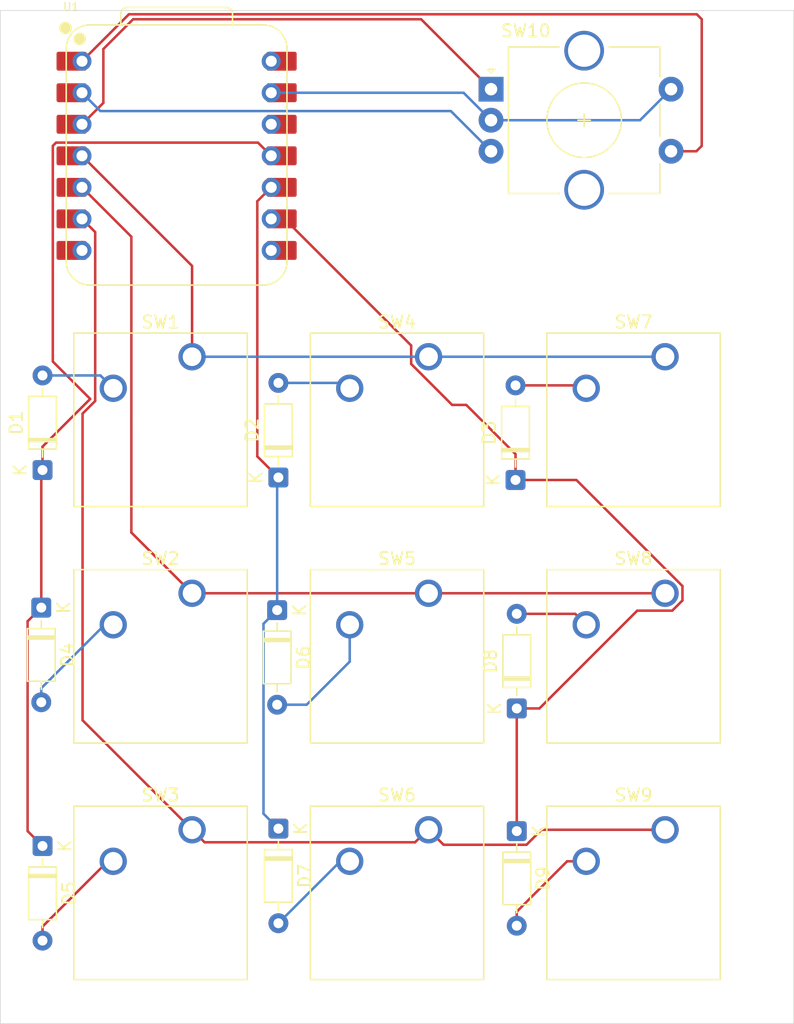
<source format=kicad_pcb>
(kicad_pcb (version 20241229) (generator "pcbnew") (generator_version "9.0")
  (layers (0 "F.Cu" signal) (2 "B.Cu" signal) (13 "F.Paste" user) (15 "B.Paste" user) (5 "F.SilkS" user "F.Silkscreen") (7 "B.SilkS" user "B.Silkscreen") (1 "F.Mask" user) (3 "B.Mask" user) (25 "Edge.Cuts" user))
  (net 0 "")
  (net 1 "GND")
  (net 2 "+5V")
  (net 3 "ROW1")
  (net 4 "Net-(D1-A)")
  (net 5 "ROW2")
  (net 6 "Net-(D2-A)")
  (net 7 "ROW3")
  (net 8 "Net-(D3-A)")
  (net 9 "Net-(D4-A)")
  (net 10 "Net-(D5-A)")
  (net 13 "Net-(D6-A)")
  (net 14 "Net-(D7-A)")
  (net 15 "Net-(D8-A)")
  (net 16 "Net-(D9-A)")
  (net 17 "COL1")
  (net 18 "COL2")
  (net 19 "COL3")
  (net 20 "Net-(U1-GPIO27{slash}ADC1{slash}A1)")
  (net 21 "Net-(U1-GPIO28{slash}ADC2{slash}A2)")
  (net 22 "Net-(U1-GPIO26{slash}ADC0{slash}A0)")
  (footprint "OPL:XIAO-RP2040-DIP" (layer "F.Cu") (at 165.6 59.7)
    (property "Reference" "U1" (at -8.5 -12 0) (layer "F.SilkS") (effects (font (size 0.635 0.635) (thickness 0.1016))))
    (property "Value" "XIAO-RP2040-DIP")
    (fp_line (start -8.89 8.509) (end -8.89 -8.636) (stroke (width 0.127)) (layer "F.SilkS"))
    (fp_line (start -6.985 10.414) (end 6.985 10.414) (stroke (width 0.127)) (layer "F.SilkS"))
    (fp_line (start -4.495 -10.541) (end -4.491272 -11.451272) (stroke (width 0.127)) (layer "F.SilkS"))
    (fp_line (start -3.991272 -11.951) (end 4.004 -11.951) (stroke (width 0.127)) (layer "F.SilkS"))
    (fp_line (start 4.504 -11.451) (end 4.504 -10.541) (stroke (width 0.127)) (layer "F.SilkS"))
    (fp_line (start 6.985 -10.541) (end -6.985 -10.541) (stroke (width 0.1)) (layer "F.SilkS"))
    (fp_line (start 6.985 -10.541) (end -6.985 -10.541) (stroke (width 0.127)) (layer "F.SilkS"))
    (fp_line (start 8.89 8.509) (end 8.89 -8.636) (stroke (width 0.127)) (layer "F.SilkS"))
    (fp_arc (start -8.89 -8.636) (mid -8.332038 -9.983038) (end -6.985 -10.541) (stroke (width 0.127)) (layer "F.SilkS"))
    (fp_arc (start -6.985 10.414) (mid -8.332038 9.856038) (end -8.89 8.509) (stroke (width 0.127)) (layer "F.SilkS"))
    (fp_arc (start -4.491272 -11.451272) (mid -4.344728 -11.80464) (end -3.991272 -11.951) (stroke (width 0.127)) (layer "F.SilkS"))
    (fp_arc (start 4.004 -11.951) (mid 4.357553 -11.804553) (end 4.504 -11.451) (stroke (width 0.127)) (layer "F.SilkS"))
    (fp_arc (start 6.985 -10.541) (mid 8.332038 -9.983038) (end 8.89 -8.636) (stroke (width 0.127)) (layer "F.SilkS"))
    (fp_arc (start 8.89 8.509) (mid 8.332038 9.856038) (end 6.985 10.414) (stroke (width 0.127)) (layer "F.SilkS"))
    (fp_circle (center -8.95 -10.3) (end -8.95 -10.554) (stroke (width 0.5)) (fill yes) (layer "F.SilkS"))
    (fp_circle (center -7.807 -9.42) (end -7.807 -9.674) (stroke (width 0.5)) (fill yes) (layer "F.SilkS"))
    (pad "1" smd roundrect (at -8.455 -7.62 180) (size 2.432 1.524) (layers "F.Cu" "F.Mask") (roundrect_rratio 0.1) (net 22 "Net-(U1-GPIO26{slash}ADC0{slash}A0)"))
    (pad "1" thru_hole circle (at -7.62 -7.62 180) (size 1.524 1.524) (drill 0.889) (layers "*.Cu" "*.Mask") (net 22 "Net-(U1-GPIO26{slash}ADC0{slash}A0)"))
    (pad "2" smd roundrect (at -8.455 -5.08 180) (size 2.432 1.524) (layers "F.Cu" "F.Mask") (roundrect_rratio 0.1) (net 20 "Net-(U1-GPIO27{slash}ADC1{slash}A1)"))
    (pad "2" thru_hole circle (at -7.62 -5.08 180) (size 1.524 1.524) (drill 0.889) (layers "*.Cu" "*.Mask") (net 20 "Net-(U1-GPIO27{slash}ADC1{slash}A1)"))
    (pad "3" smd roundrect (at -8.455 -2.54 180) (size 2.432 1.524) (layers "F.Cu" "F.Mask") (roundrect_rratio 0.1) (net 21 "Net-(U1-GPIO28{slash}ADC2{slash}A2)"))
    (pad "3" thru_hole circle (at -7.62 -2.54 180) (size 1.524 1.524) (drill 0.889) (layers "*.Cu" "*.Mask") (net 21 "Net-(U1-GPIO28{slash}ADC2{slash}A2)"))
    (pad "4" smd roundrect (at -8.455 0 180) (size 2.432 1.524) (layers "F.Cu" "F.Mask") (roundrect_rratio 0.1) (net 17 "COL1"))
    (pad "4" thru_hole circle (at -7.62 0 180) (size 1.524 1.524) (drill 0.889) (layers "*.Cu" "*.Mask") (net 17 "COL1"))
    (pad "5" smd roundrect (at -8.455 2.54 180) (size 2.432 1.524) (layers "F.Cu" "F.Mask") (roundrect_rratio 0.1) (net 18 "COL2"))
    (pad "5" thru_hole circle (at -7.62 2.54 180) (size 1.524 1.524) (drill 0.889) (layers "*.Cu" "*.Mask") (net 18 "COL2"))
    (pad "6" smd roundrect (at -8.455 5.08 180) (size 2.432 1.524) (layers "F.Cu" "F.Mask") (roundrect_rratio 0.1) (net 19 "COL3"))
    (pad "6" thru_hole circle (at -7.62 5.08 180) (size 1.524 1.524) (drill 0.889) (layers "*.Cu" "*.Mask") (net 19 "COL3"))
    (pad "7" smd roundrect (at -8.455 7.62 180) (size 2.432 1.524) (layers "F.Cu" "F.Mask") (roundrect_rratio 0.1))
    (pad "7" thru_hole circle (at -7.62 7.62 180) (size 1.524 1.524) (drill 0.889) (layers "*.Cu" "*.Mask"))
    (pad "8" thru_hole circle (at 7.62 7.62) (size 1.524 1.524) (drill 0.889) (layers "*.Cu" "*.Mask"))
    (pad "8" smd roundrect (at 8.455 7.62) (size 2.432 1.524) (layers "F.Cu" "F.Mask") (roundrect_rratio 0.1))
    (pad "9" thru_hole circle (at 7.62 5.08) (size 1.524 1.524) (drill 0.889) (layers "*.Cu" "*.Mask") (net 7 "ROW3"))
    (pad "9" smd roundrect (at 8.455 5.08) (size 2.432 1.524) (layers "F.Cu" "F.Mask") (roundrect_rratio 0.1) (net 7 "ROW3"))
    (pad "10" thru_hole circle (at 7.62 2.54) (size 1.524 1.524) (drill 0.889) (layers "*.Cu" "*.Mask") (net 5 "ROW2"))
    (pad "10" smd roundrect (at 8.455 2.54) (size 2.432 1.524) (layers "F.Cu" "F.Mask") (roundrect_rratio 0.1) (net 5 "ROW2"))
    (pad "11" thru_hole circle (at 7.62 0) (size 1.524 1.524) (drill 0.889) (layers "*.Cu" "*.Mask") (net 3 "ROW1"))
    (pad "11" smd roundrect (at 8.455 0) (size 2.432 1.524) (layers "F.Cu" "F.Mask") (roundrect_rratio 0.1) (net 3 "ROW1"))
    (pad "12" thru_hole circle (at 7.62 -2.54) (size 1.524 1.524) (drill 0.889) (layers "*.Cu" "*.Mask"))
    (pad "12" smd roundrect (at 8.455 -2.54) (size 2.432 1.524) (layers "F.Cu" "F.Mask") (roundrect_rratio 0.1))
    (pad "13" thru_hole circle (at 7.62 -5.08) (size 1.524 1.524) (drill 0.889) (layers "*.Cu" "*.Mask") (net 1 "GND"))
    (pad "13" smd roundrect (at 8.455 -5.08) (size 2.432 1.524) (layers "F.Cu" "F.Mask") (roundrect_rratio 0.1) (net 1 "GND"))
    (pad "14" thru_hole circle (at 7.62 -7.62) (size 1.524 1.524) (drill 0.889) (layers "*.Cu" "*.Mask") (net 2 "+5V"))
    (pad "14" smd roundrect (at 8.455 -7.62) (size 2.432 1.524) (layers "F.Cu" "F.Mask") (roundrect_rratio 0.1) (net 2 "+5V"))
  )
  (footprint "Button_Switch_Keyboard:SW_Cherry_MX_1.00u_PCB" (layer "F.Cu") (at 166.84625 113.9825)
    (property "Reference" "SW3" (at -2.54 -2.794 0) (layer "F.SilkS"))
    (property "Value" "SW_Push")
    (fp_line (start -9.525 -1.905) (end 4.445 -1.905) (stroke (width 0.12)) (layer "F.SilkS"))
    (fp_line (start -9.525 12.065) (end -9.525 -1.905) (stroke (width 0.12)) (layer "F.SilkS"))
    (fp_line (start 4.445 -1.905) (end 4.445 12.065) (stroke (width 0.12)) (layer "F.SilkS"))
    (fp_line (start 4.445 12.065) (end -9.525 12.065) (stroke (width 0.12)) (layer "F.SilkS"))
    (pad "" np_thru_hole circle (at -7.62 5.08) (size 1.7 1.7) (drill 1.7) (layers "*.Cu" "*.Mask"))
    (pad "" np_thru_hole circle (at -2.54 5.08) (size 4 4) (drill 4) (layers "*.Cu" "*.Mask"))
    (pad "" np_thru_hole circle (at 2.54 5.08) (size 1.7 1.7) (drill 1.7) (layers "*.Cu" "*.Mask"))
    (pad "1" thru_hole circle (at 0 0) (size 2.2 2.2) (drill 1.5) (layers "*.Cu" "*.Mask") (net 19 "COL3"))
    (pad "2" thru_hole circle (at -6.35 2.54) (size 2.2 2.2) (drill 1.5) (layers "*.Cu" "*.Mask") (net 10 "Net-(D5-A)"))
  )
  (footprint "Diode_THT:D_DO-35_SOD27_P7.62mm_Horizontal" (layer "F.Cu") (at 154.8 115.29 -90)
    (property "Reference" "D5" (at 3.81 -2.12 90) (layer "F.SilkS"))
    (property "Value" "1N4148")
    (fp_line (start 1.04 0) (end 1.69 0) (stroke (width 0.12)) (layer "F.SilkS"))
    (fp_line (start 6.58 0) (end 5.93 0) (stroke (width 0.12)) (layer "F.SilkS"))
    (fp_line (start 2.29 -1.12) (end 2.29 1.12) (stroke (width 0.12)) (layer "F.SilkS"))
    (fp_line (start 2.41 -1.12) (end 2.41 1.12) (stroke (width 0.12)) (layer "F.SilkS"))
    (fp_line (start 2.53 -1.12) (end 2.53 1.12) (stroke (width 0.12)) (layer "F.SilkS"))
    (fp_rect (start 1.69 -1.12) (end 5.93 1.12) (stroke (width 0.12)) (fill no) (layer "F.SilkS"))
    (fp_text user "K" (at 0 -1.8 90) (layer "F.SilkS"))
    (pad "1" thru_hole roundrect (at 0 0 270) (size 1.6 1.6) (drill 0.8) (layers "*.Cu" "*.Mask") (roundrect_rratio 0.15625) (net 3 "ROW1"))
    (pad "2" thru_hole circle (at 7.62 0 270) (size 1.6 1.6) (drill 0.8) (layers "*.Cu" "*.Mask") (net 10 "Net-(D5-A)"))
  )
  (footprint "Diode_THT:D_DO-35_SOD27_P7.62mm_Horizontal" (layer "F.Cu") (at 173.7 96.29 -90)
    (property "Reference" "D6" (at 3.81 -2.12 90) (layer "F.SilkS"))
    (property "Value" "1N4148")
    (fp_line (start 1.04 0) (end 1.69 0) (stroke (width 0.12)) (layer "F.SilkS"))
    (fp_line (start 6.58 0) (end 5.93 0) (stroke (width 0.12)) (layer "F.SilkS"))
    (fp_line (start 2.29 -1.12) (end 2.29 1.12) (stroke (width 0.12)) (layer "F.SilkS"))
    (fp_line (start 2.41 -1.12) (end 2.41 1.12) (stroke (width 0.12)) (layer "F.SilkS"))
    (fp_line (start 2.53 -1.12) (end 2.53 1.12) (stroke (width 0.12)) (layer "F.SilkS"))
    (fp_rect (start 1.69 -1.12) (end 5.93 1.12) (stroke (width 0.12)) (fill no) (layer "F.SilkS"))
    (fp_text user "K" (at 0 -1.8 90) (layer "F.SilkS"))
    (pad "1" thru_hole roundrect (at 0 0 270) (size 1.6 1.6) (drill 0.8) (layers "*.Cu" "*.Mask") (roundrect_rratio 0.15625) (net 5 "ROW2"))
    (pad "2" thru_hole circle (at 7.62 0 270) (size 1.6 1.6) (drill 0.8) (layers "*.Cu" "*.Mask") (net 13 "Net-(D6-A)"))
  )
  (footprint "Diode_THT:D_DO-35_SOD27_P7.62mm_Horizontal" (layer "F.Cu") (at 193 114.09 -90)
    (property "Reference" "D9" (at 3.81 -2.12 90) (layer "F.SilkS"))
    (property "Value" "1N4148")
    (fp_line (start 1.04 0) (end 1.69 0) (stroke (width 0.12)) (layer "F.SilkS"))
    (fp_line (start 6.58 0) (end 5.93 0) (stroke (width 0.12)) (layer "F.SilkS"))
    (fp_line (start 2.29 -1.12) (end 2.29 1.12) (stroke (width 0.12)) (layer "F.SilkS"))
    (fp_line (start 2.41 -1.12) (end 2.41 1.12) (stroke (width 0.12)) (layer "F.SilkS"))
    (fp_line (start 2.53 -1.12) (end 2.53 1.12) (stroke (width 0.12)) (layer "F.SilkS"))
    (fp_rect (start 1.69 -1.12) (end 5.93 1.12) (stroke (width 0.12)) (fill no) (layer "F.SilkS"))
    (fp_text user "K" (at 0 -1.8 90) (layer "F.SilkS"))
    (pad "1" thru_hole roundrect (at 0 0 270) (size 1.6 1.6) (drill 0.8) (layers "*.Cu" "*.Mask") (roundrect_rratio 0.15625) (net 7 "ROW3"))
    (pad "2" thru_hole circle (at 7.62 0 270) (size 1.6 1.6) (drill 0.8) (layers "*.Cu" "*.Mask") (net 16 "Net-(D9-A)"))
  )
  (footprint "Button_Switch_Keyboard:SW_Cherry_MX_1.00u_PCB" (layer "F.Cu") (at 204.94625 113.9825)
    (property "Reference" "SW9" (at -2.54 -2.794 0) (layer "F.SilkS"))
    (property "Value" "SW_Push")
    (fp_line (start -9.525 -1.905) (end 4.445 -1.905) (stroke (width 0.12)) (layer "F.SilkS"))
    (fp_line (start -9.525 12.065) (end -9.525 -1.905) (stroke (width 0.12)) (layer "F.SilkS"))
    (fp_line (start 4.445 -1.905) (end 4.445 12.065) (stroke (width 0.12)) (layer "F.SilkS"))
    (fp_line (start 4.445 12.065) (end -9.525 12.065) (stroke (width 0.12)) (layer "F.SilkS"))
    (pad "" np_thru_hole circle (at -7.62 5.08) (size 1.7 1.7) (drill 1.7) (layers "*.Cu" "*.Mask"))
    (pad "" np_thru_hole circle (at -2.54 5.08) (size 4 4) (drill 4) (layers "*.Cu" "*.Mask"))
    (pad "" np_thru_hole circle (at 2.54 5.08) (size 1.7 1.7) (drill 1.7) (layers "*.Cu" "*.Mask"))
    (pad "1" thru_hole circle (at 0 0) (size 2.2 2.2) (drill 1.5) (layers "*.Cu" "*.Mask") (net 19 "COL3"))
    (pad "2" thru_hole circle (at -6.35 2.54) (size 2.2 2.2) (drill 1.5) (layers "*.Cu" "*.Mask") (net 16 "Net-(D9-A)"))
  )
  (footprint "Button_Switch_Keyboard:SW_Cherry_MX_1.00u_PCB" (layer "F.Cu") (at 185.89625 113.9825)
    (property "Reference" "SW6" (at -2.54 -2.794 0) (layer "F.SilkS"))
    (property "Value" "SW_Push")
    (fp_line (start -9.525 -1.905) (end 4.445 -1.905) (stroke (width 0.12)) (layer "F.SilkS"))
    (fp_line (start -9.525 12.065) (end -9.525 -1.905) (stroke (width 0.12)) (layer "F.SilkS"))
    (fp_line (start 4.445 -1.905) (end 4.445 12.065) (stroke (width 0.12)) (layer "F.SilkS"))
    (fp_line (start 4.445 12.065) (end -9.525 12.065) (stroke (width 0.12)) (layer "F.SilkS"))
    (pad "" np_thru_hole circle (at -7.62 5.08) (size 1.7 1.7) (drill 1.7) (layers "*.Cu" "*.Mask"))
    (pad "" np_thru_hole circle (at -2.54 5.08) (size 4 4) (drill 4) (layers "*.Cu" "*.Mask"))
    (pad "" np_thru_hole circle (at 2.54 5.08) (size 1.7 1.7) (drill 1.7) (layers "*.Cu" "*.Mask"))
    (pad "1" thru_hole circle (at 0 0) (size 2.2 2.2) (drill 1.5) (layers "*.Cu" "*.Mask") (net 19 "COL3"))
    (pad "2" thru_hole circle (at -6.35 2.54) (size 2.2 2.2) (drill 1.5) (layers "*.Cu" "*.Mask") (net 14 "Net-(D7-A)"))
  )
  (footprint "Button_Switch_Keyboard:SW_Cherry_MX_1.00u_PCB" (layer "F.Cu") (at 204.94625 75.8825)
    (property "Reference" "SW7" (at -2.54 -2.794 0) (layer "F.SilkS"))
    (property "Value" "SW_Push")
    (fp_line (start -9.525 -1.905) (end 4.445 -1.905) (stroke (width 0.12)) (layer "F.SilkS"))
    (fp_line (start -9.525 12.065) (end -9.525 -1.905) (stroke (width 0.12)) (layer "F.SilkS"))
    (fp_line (start 4.445 -1.905) (end 4.445 12.065) (stroke (width 0.12)) (layer "F.SilkS"))
    (fp_line (start 4.445 12.065) (end -9.525 12.065) (stroke (width 0.12)) (layer "F.SilkS"))
    (pad "" np_thru_hole circle (at -7.62 5.08) (size 1.7 1.7) (drill 1.7) (layers "*.Cu" "*.Mask"))
    (pad "" np_thru_hole circle (at -2.54 5.08) (size 4 4) (drill 4) (layers "*.Cu" "*.Mask"))
    (pad "" np_thru_hole circle (at 2.54 5.08) (size 1.7 1.7) (drill 1.7) (layers "*.Cu" "*.Mask"))
    (pad "1" thru_hole circle (at 0 0) (size 2.2 2.2) (drill 1.5) (layers "*.Cu" "*.Mask") (net 17 "COL1"))
    (pad "2" thru_hole circle (at -6.35 2.54) (size 2.2 2.2) (drill 1.5) (layers "*.Cu" "*.Mask") (net 8 "Net-(D3-A)"))
  )
  (footprint "Diode_THT:D_DO-35_SOD27_P7.62mm_Horizontal" (layer "F.Cu") (at 173.8 85.61 90)
    (property "Reference" "D2" (at 3.81 -2.12 90) (layer "F.SilkS"))
    (property "Value" "1N4148")
    (fp_line (start 2.53 -1.12) (end 2.53 1.12) (stroke (width 0.12)) (layer "F.SilkS"))
    (fp_line (start 2.41 -1.12) (end 2.41 1.12) (stroke (width 0.12)) (layer "F.SilkS"))
    (fp_line (start 2.29 -1.12) (end 2.29 1.12) (stroke (width 0.12)) (layer "F.SilkS"))
    (fp_line (start 6.58 0) (end 5.93 0) (stroke (width 0.12)) (layer "F.SilkS"))
    (fp_line (start 1.04 0) (end 1.69 0) (stroke (width 0.12)) (layer "F.SilkS"))
    (fp_rect (start 1.69 -1.12) (end 5.93 1.12) (stroke (width 0.12)) (fill no) (layer "F.SilkS"))
    (fp_text user "K" (at 0 -1.8 90) (layer "F.SilkS"))
    (pad "1" thru_hole roundrect (at 0 0 90) (size 1.6 1.6) (drill 0.8) (layers "*.Cu" "*.Mask") (roundrect_rratio 0.15625) (net 5 "ROW2"))
    (pad "2" thru_hole circle (at 7.62 0 90) (size 1.6 1.6) (drill 0.8) (layers "*.Cu" "*.Mask") (net 6 "Net-(D2-A)"))
  )
  (footprint "Button_Switch_Keyboard:SW_Cherry_MX_1.00u_PCB" (layer "F.Cu") (at 166.84625 94.9325)
    (property "Reference" "SW2" (at -2.54 -2.794 0) (layer "F.SilkS"))
    (property "Value" "SW_Push")
    (fp_line (start -9.525 -1.905) (end 4.445 -1.905) (stroke (width 0.12)) (layer "F.SilkS"))
    (fp_line (start -9.525 12.065) (end -9.525 -1.905) (stroke (width 0.12)) (layer "F.SilkS"))
    (fp_line (start 4.445 -1.905) (end 4.445 12.065) (stroke (width 0.12)) (layer "F.SilkS"))
    (fp_line (start 4.445 12.065) (end -9.525 12.065) (stroke (width 0.12)) (layer "F.SilkS"))
    (pad "" np_thru_hole circle (at -7.62 5.08) (size 1.7 1.7) (drill 1.7) (layers "*.Cu" "*.Mask"))
    (pad "" np_thru_hole circle (at -2.54 5.08) (size 4 4) (drill 4) (layers "*.Cu" "*.Mask"))
    (pad "" np_thru_hole circle (at 2.54 5.08) (size 1.7 1.7) (drill 1.7) (layers "*.Cu" "*.Mask"))
    (pad "1" thru_hole circle (at 0 0) (size 2.2 2.2) (drill 1.5) (layers "*.Cu" "*.Mask") (net 18 "COL2"))
    (pad "2" thru_hole circle (at -6.35 2.54) (size 2.2 2.2) (drill 1.5) (layers "*.Cu" "*.Mask") (net 9 "Net-(D4-A)"))
  )
  (footprint "Diode_THT:D_DO-35_SOD27_P7.62mm_Horizontal" (layer "F.Cu") (at 193 104.21 90)
    (property "Reference" "D8" (at 3.81 -2.12 90) (layer "F.SilkS"))
    (property "Value" "1N4148")
    (fp_line (start 2.53 -1.12) (end 2.53 1.12) (stroke (width 0.12)) (layer "F.SilkS"))
    (fp_line (start 2.41 -1.12) (end 2.41 1.12) (stroke (width 0.12)) (layer "F.SilkS"))
    (fp_line (start 2.29 -1.12) (end 2.29 1.12) (stroke (width 0.12)) (layer "F.SilkS"))
    (fp_line (start 6.58 0) (end 5.93 0) (stroke (width 0.12)) (layer "F.SilkS"))
    (fp_line (start 1.04 0) (end 1.69 0) (stroke (width 0.12)) (layer "F.SilkS"))
    (fp_rect (start 1.69 -1.12) (end 5.93 1.12) (stroke (width 0.12)) (fill no) (layer "F.SilkS"))
    (fp_text user "K" (at 0 -1.8 90) (layer "F.SilkS"))
    (pad "1" thru_hole roundrect (at 0 0 90) (size 1.6 1.6) (drill 0.8) (layers "*.Cu" "*.Mask") (roundrect_rratio 0.15625) (net 7 "ROW3"))
    (pad "2" thru_hole circle (at 7.62 0 90) (size 1.6 1.6) (drill 0.8) (layers "*.Cu" "*.Mask") (net 15 "Net-(D8-A)"))
  )
  (footprint "Diode_THT:D_DO-35_SOD27_P7.62mm_Horizontal" (layer "F.Cu") (at 173.8 113.89 -90)
    (property "Reference" "D7" (at 3.81 -2.12 90) (layer "F.SilkS"))
    (property "Value" "1N4148")
    (fp_line (start 1.04 0) (end 1.69 0) (stroke (width 0.12)) (layer "F.SilkS"))
    (fp_line (start 6.58 0) (end 5.93 0) (stroke (width 0.12)) (layer "F.SilkS"))
    (fp_line (start 2.29 -1.12) (end 2.29 1.12) (stroke (width 0.12)) (layer "F.SilkS"))
    (fp_line (start 2.41 -1.12) (end 2.41 1.12) (stroke (width 0.12)) (layer "F.SilkS"))
    (fp_line (start 2.53 -1.12) (end 2.53 1.12) (stroke (width 0.12)) (layer "F.SilkS"))
    (fp_rect (start 1.69 -1.12) (end 5.93 1.12) (stroke (width 0.12)) (fill no) (layer "F.SilkS"))
    (fp_text user "K" (at 0 -1.8 90) (layer "F.SilkS"))
    (pad "1" thru_hole roundrect (at 0 0 270) (size 1.6 1.6) (drill 0.8) (layers "*.Cu" "*.Mask") (roundrect_rratio 0.15625) (net 5 "ROW2"))
    (pad "2" thru_hole circle (at 7.62 0 270) (size 1.6 1.6) (drill 0.8) (layers "*.Cu" "*.Mask") (net 14 "Net-(D7-A)"))
  )
  (footprint "Diode_THT:D_DO-35_SOD27_P7.62mm_Horizontal" (layer "F.Cu") (at 154.8 85.01 90)
    (property "Reference" "D1" (at 3.81 -2.12 90) (layer "F.SilkS"))
    (property "Value" "1N4148")
    (fp_line (start 2.53 -1.12) (end 2.53 1.12) (stroke (width 0.12)) (layer "F.SilkS"))
    (fp_line (start 2.41 -1.12) (end 2.41 1.12) (stroke (width 0.12)) (layer "F.SilkS"))
    (fp_line (start 2.29 -1.12) (end 2.29 1.12) (stroke (width 0.12)) (layer "F.SilkS"))
    (fp_line (start 6.58 0) (end 5.93 0) (stroke (width 0.12)) (layer "F.SilkS"))
    (fp_line (start 1.04 0) (end 1.69 0) (stroke (width 0.12)) (layer "F.SilkS"))
    (fp_rect (start 1.69 -1.12) (end 5.93 1.12) (stroke (width 0.12)) (fill no) (layer "F.SilkS"))
    (fp_text user "K" (at 0 -1.8 90) (layer "F.SilkS"))
    (pad "1" thru_hole roundrect (at 0 0 90) (size 1.6 1.6) (drill 0.8) (layers "*.Cu" "*.Mask") (roundrect_rratio 0.15625) (net 3 "ROW1"))
    (pad "2" thru_hole circle (at 7.62 0 90) (size 1.6 1.6) (drill 0.8) (layers "*.Cu" "*.Mask") (net 4 "Net-(D1-A)"))
  )
  (footprint "Diode_THT:D_DO-35_SOD27_P7.62mm_Horizontal" (layer "F.Cu") (at 192.9 85.81 90)
    (property "Reference" "D3" (at 3.81 -2.12 90) (layer "F.SilkS"))
    (property "Value" "1N4148")
    (fp_line (start 2.53 -1.12) (end 2.53 1.12) (stroke (width 0.12)) (layer "F.SilkS"))
    (fp_line (start 2.41 -1.12) (end 2.41 1.12) (stroke (width 0.12)) (layer "F.SilkS"))
    (fp_line (start 2.29 -1.12) (end 2.29 1.12) (stroke (width 0.12)) (layer "F.SilkS"))
    (fp_line (start 6.58 0) (end 5.93 0) (stroke (width 0.12)) (layer "F.SilkS"))
    (fp_line (start 1.04 0) (end 1.69 0) (stroke (width 0.12)) (layer "F.SilkS"))
    (fp_rect (start 1.69 -1.12) (end 5.93 1.12) (stroke (width 0.12)) (fill no) (layer "F.SilkS"))
    (fp_text user "K" (at 0 -1.8 90) (layer "F.SilkS"))
    (pad "1" thru_hole roundrect (at 0 0 90) (size 1.6 1.6) (drill 0.8) (layers "*.Cu" "*.Mask") (roundrect_rratio 0.15625) (net 7 "ROW3"))
    (pad "2" thru_hole circle (at 7.62 0 90) (size 1.6 1.6) (drill 0.8) (layers "*.Cu" "*.Mask") (net 8 "Net-(D3-A)"))
  )
  (footprint "Rotary_Encoder:RotaryEncoder_Alps_EC11E-Switch_Vertical_H20mm_CircularMountingHoles" (layer "F.Cu") (at 190.928994 54.333539)
    (property "Reference" "SW10" (at 2.8 -4.7 0) (layer "F.SilkS"))
    (property "Value" "RotaryEncoder_Switch")
    (fp_line (start -0.3 -1.6) (end 0.3 -1.6) (stroke (width 0.12)) (layer "F.SilkS"))
    (fp_line (start 0 -1.3) (end -0.3 -1.6) (stroke (width 0.12)) (layer "F.SilkS"))
    (fp_line (start 0.3 -1.6) (end 0 -1.3) (stroke (width 0.12)) (layer "F.SilkS"))
    (fp_line (start 1.4 -3.4) (end 1.4 8.4) (stroke (width 0.12)) (layer "F.SilkS"))
    (fp_line (start 5.5 -3.4) (end 1.4 -3.4) (stroke (width 0.12)) (layer "F.SilkS"))
    (fp_line (start 5.5 8.4) (end 1.4 8.4) (stroke (width 0.12)) (layer "F.SilkS"))
    (fp_line (start 7 2.5) (end 8 2.5) (stroke (width 0.12)) (layer "F.SilkS"))
    (fp_line (start 7.5 2) (end 7.5 3) (stroke (width 0.12)) (layer "F.SilkS"))
    (fp_line (start 9.5 -3.4) (end 13.6 -3.4) (stroke (width 0.12)) (layer "F.SilkS"))
    (fp_line (start 13.6 -3.4) (end 13.6 -1) (stroke (width 0.12)) (layer "F.SilkS"))
    (fp_line (start 13.6 1.2) (end 13.6 3.8) (stroke (width 0.12)) (layer "F.SilkS"))
    (fp_line (start 13.6 6) (end 13.6 8.4) (stroke (width 0.12)) (layer "F.SilkS"))
    (fp_line (start 13.6 8.4) (end 9.5 8.4) (stroke (width 0.12)) (layer "F.SilkS"))
    (fp_circle (center 7.5 2.5) (end 10.5 2.5) (stroke (width 0.12)) (fill no) (layer "F.SilkS"))
    (pad "A" thru_hole rect (at 0 0) (size 2 2) (drill 1) (layers "*.Cu" "*.Mask") (net 21 "Net-(U1-GPIO28{slash}ADC2{slash}A2)"))
    (pad "B" thru_hole circle (at 0 5) (size 2 2) (drill 1) (layers "*.Cu" "*.Mask") (net 20 "Net-(U1-GPIO27{slash}ADC1{slash}A1)"))
    (pad "C" thru_hole circle (at 0 2.5) (size 2 2) (drill 1) (layers "*.Cu" "*.Mask") (net 1 "GND"))
    (pad "MP" thru_hole circle (at 7.5 -3.1) (size 3.2 3.2) (drill 2.6) (layers "*.Cu" "*.Mask"))
    (pad "MP" thru_hole circle (at 7.5 8.1) (size 3.2 3.2) (drill 2.6) (layers "*.Cu" "*.Mask"))
    (pad "S1" thru_hole circle (at 14.5 5) (size 2 2) (drill 1) (layers "*.Cu" "*.Mask") (net 22 "Net-(U1-GPIO26{slash}ADC0{slash}A0)"))
    (pad "S2" thru_hole circle (at 14.5 0) (size 2 2) (drill 1) (layers "*.Cu" "*.Mask") (net 1 "GND"))
  )
  (footprint "Button_Switch_Keyboard:SW_Cherry_MX_1.00u_PCB" (layer "F.Cu") (at 185.89625 94.9325)
    (property "Reference" "SW5" (at -2.54 -2.794 0) (layer "F.SilkS"))
    (property "Value" "SW_Push")
    (fp_line (start -9.525 -1.905) (end 4.445 -1.905) (stroke (width 0.12)) (layer "F.SilkS"))
    (fp_line (start -9.525 12.065) (end -9.525 -1.905) (stroke (width 0.12)) (layer "F.SilkS"))
    (fp_line (start 4.445 -1.905) (end 4.445 12.065) (stroke (width 0.12)) (layer "F.SilkS"))
    (fp_line (start 4.445 12.065) (end -9.525 12.065) (stroke (width 0.12)) (layer "F.SilkS"))
    (pad "" np_thru_hole circle (at -7.62 5.08) (size 1.7 1.7) (drill 1.7) (layers "*.Cu" "*.Mask"))
    (pad "" np_thru_hole circle (at -2.54 5.08) (size 4 4) (drill 4) (layers "*.Cu" "*.Mask"))
    (pad "" np_thru_hole circle (at 2.54 5.08) (size 1.7 1.7) (drill 1.7) (layers "*.Cu" "*.Mask"))
    (pad "1" thru_hole circle (at 0 0) (size 2.2 2.2) (drill 1.5) (layers "*.Cu" "*.Mask") (net 18 "COL2"))
    (pad "2" thru_hole circle (at -6.35 2.54) (size 2.2 2.2) (drill 1.5) (layers "*.Cu" "*.Mask") (net 13 "Net-(D6-A)"))
  )
  (footprint "Button_Switch_Keyboard:SW_Cherry_MX_1.00u_PCB" (layer "F.Cu") (at 204.94625 94.9325)
    (property "Reference" "SW8" (at -2.54 -2.794 0) (layer "F.SilkS"))
    (property "Value" "SW_Push")
    (fp_line (start -9.525 -1.905) (end 4.445 -1.905) (stroke (width 0.12)) (layer "F.SilkS"))
    (fp_line (start -9.525 12.065) (end -9.525 -1.905) (stroke (width 0.12)) (layer "F.SilkS"))
    (fp_line (start 4.445 -1.905) (end 4.445 12.065) (stroke (width 0.12)) (layer "F.SilkS"))
    (fp_line (start 4.445 12.065) (end -9.525 12.065) (stroke (width 0.12)) (layer "F.SilkS"))
    (pad "" np_thru_hole circle (at -7.62 5.08) (size 1.7 1.7) (drill 1.7) (layers "*.Cu" "*.Mask"))
    (pad "" np_thru_hole circle (at -2.54 5.08) (size 4 4) (drill 4) (layers "*.Cu" "*.Mask"))
    (pad "" np_thru_hole circle (at 2.54 5.08) (size 1.7 1.7) (drill 1.7) (layers "*.Cu" "*.Mask"))
    (pad "1" thru_hole circle (at 0 0) (size 2.2 2.2) (drill 1.5) (layers "*.Cu" "*.Mask") (net 18 "COL2"))
    (pad "2" thru_hole circle (at -6.35 2.54) (size 2.2 2.2) (drill 1.5) (layers "*.Cu" "*.Mask") (net 15 "Net-(D8-A)"))
  )
  (footprint "Button_Switch_Keyboard:SW_Cherry_MX_1.00u_PCB" (layer "F.Cu") (at 166.84625 75.8825)
    (property "Reference" "SW1" (at -2.54 -2.794 0) (layer "F.SilkS"))
    (property "Value" "SW_Push")
    (fp_line (start -9.525 -1.905) (end 4.445 -1.905) (stroke (width 0.12)) (layer "F.SilkS"))
    (fp_line (start -9.525 12.065) (end -9.525 -1.905) (stroke (width 0.12)) (layer "F.SilkS"))
    (fp_line (start 4.445 -1.905) (end 4.445 12.065) (stroke (width 0.12)) (layer "F.SilkS"))
    (fp_line (start 4.445 12.065) (end -9.525 12.065) (stroke (width 0.12)) (layer "F.SilkS"))
    (pad "" np_thru_hole circle (at -7.62 5.08) (size 1.7 1.7) (drill 1.7) (layers "*.Cu" "*.Mask"))
    (pad "" np_thru_hole circle (at -2.54 5.08) (size 4 4) (drill 4) (layers "*.Cu" "*.Mask"))
    (pad "" np_thru_hole circle (at 2.54 5.08) (size 1.7 1.7) (drill 1.7) (layers "*.Cu" "*.Mask"))
    (pad "1" thru_hole circle (at 0 0) (size 2.2 2.2) (drill 1.5) (layers "*.Cu" "*.Mask") (net 17 "COL1"))
    (pad "2" thru_hole circle (at -6.35 2.54) (size 2.2 2.2) (drill 1.5) (layers "*.Cu" "*.Mask") (net 4 "Net-(D1-A)"))
  )
  (footprint "Diode_THT:D_DO-35_SOD27_P7.62mm_Horizontal" (layer "F.Cu") (at 154.7 96.09 -90)
    (property "Reference" "D4" (at 3.81 -2.12 90) (layer "F.SilkS"))
    (property "Value" "1N4148")
    (fp_line (start 1.04 0) (end 1.69 0) (stroke (width 0.12)) (layer "F.SilkS"))
    (fp_line (start 6.58 0) (end 5.93 0) (stroke (width 0.12)) (layer "F.SilkS"))
    (fp_line (start 2.29 -1.12) (end 2.29 1.12) (stroke (width 0.12)) (layer "F.SilkS"))
    (fp_line (start 2.41 -1.12) (end 2.41 1.12) (stroke (width 0.12)) (layer "F.SilkS"))
    (fp_line (start 2.53 -1.12) (end 2.53 1.12) (stroke (width 0.12)) (layer "F.SilkS"))
    (fp_rect (start 1.69 -1.12) (end 5.93 1.12) (stroke (width 0.12)) (fill no) (layer "F.SilkS"))
    (fp_text user "K" (at 0 -1.8 90) (layer "F.SilkS"))
    (pad "1" thru_hole roundrect (at 0 0 270) (size 1.6 1.6) (drill 0.8) (layers "*.Cu" "*.Mask") (roundrect_rratio 0.15625) (net 3 "ROW1"))
    (pad "2" thru_hole circle (at 7.62 0 270) (size 1.6 1.6) (drill 0.8) (layers "*.Cu" "*.Mask") (net 9 "Net-(D4-A)"))
  )
  (footprint "Button_Switch_Keyboard:SW_Cherry_MX_1.00u_PCB" (layer "F.Cu") (at 185.89625 75.8825)
    (property "Reference" "SW4" (at -2.54 -2.794 0) (layer "F.SilkS"))
    (property "Value" "SW_Push")
    (fp_line (start -9.525 -1.905) (end 4.445 -1.905) (stroke (width 0.12)) (layer "F.SilkS"))
    (fp_line (start -9.525 12.065) (end -9.525 -1.905) (stroke (width 0.12)) (layer "F.SilkS"))
    (fp_line (start 4.445 -1.905) (end 4.445 12.065) (stroke (width 0.12)) (layer "F.SilkS"))
    (fp_line (start 4.445 12.065) (end -9.525 12.065) (stroke (width 0.12)) (layer "F.SilkS"))
    (pad "" np_thru_hole circle (at -7.62 5.08) (size 1.7 1.7) (drill 1.7) (layers "*.Cu" "*.Mask"))
    (pad "" np_thru_hole circle (at -2.54 5.08) (size 4 4) (drill 4) (layers "*.Cu" "*.Mask"))
    (pad "" np_thru_hole circle (at 2.54 5.08) (size 1.7 1.7) (drill 1.7) (layers "*.Cu" "*.Mask"))
    (pad "1" thru_hole circle (at 0 0) (size 2.2 2.2) (drill 1.5) (layers "*.Cu" "*.Mask") (net 17 "COL1"))
    (pad "2" thru_hole circle (at -6.35 2.54) (size 2.2 2.2) (drill 1.5) (layers "*.Cu" "*.Mask") (net 6 "Net-(D2-A)"))
  )
  (gr_rect (start 151.4 48) (end 215.312 129.6) (stroke (width 0.05)) (fill no) (layer "Edge.Cuts"))
  (segment (start 188.715455 54.62) (end 190.928994 56.833539) (width 0.2) (layer "B.Cu") (net 1))
  (segment (start 173.22 54.62) (end 188.715455 54.62) (width 0.2) (layer "B.Cu") (net 1))
  (segment (start 202.928994 56.833539) (end 190.928994 56.833539) (width 0.2) (layer "B.Cu") (net 1))
  (segment (start 205.428994 54.333539) (end 202.928994 56.833539) (width 0.2) (layer "B.Cu") (net 1))
  (segment (start 154.8 85.01) (end 154.8 83.12318) (width 0.2) (layer "F.Cu") (net 3))
  (segment (start 153.599 114.089) (end 153.599 97.191) (width 0.2) (layer "F.Cu") (net 3))
  (segment (start 155.628 76.26718) (end 155.628 58.898374) (width 0.2) (layer "F.Cu") (net 3))
  (segment (start 153.599 97.191) (end 154.7 96.09) (width 0.2) (layer "F.Cu") (net 3))
  (segment (start 155.628 58.898374) (end 155.889374 58.637) (width 0.2) (layer "F.Cu") (net 3))
  (segment (start 172.157 58.637) (end 173.22 59.7) (width 0.2) (layer "F.Cu") (net 3))
  (segment (start 154.7 96.09) (end 154.7 85.11) (width 0.2) (layer "F.Cu") (net 3))
  (segment (start 154.8 115.29) (end 153.599 114.089) (width 0.2) (layer "F.Cu") (net 3))
  (segment (start 154.7 85.11) (end 154.8 85.01) (width 0.2) (layer "F.Cu") (net 3))
  (segment (start 155.889374 58.637) (end 172.157 58.637) (width 0.2) (layer "F.Cu") (net 3))
  (segment (start 154.8 83.12318) (end 158.642 79.28118) (width 0.2) (layer "F.Cu") (net 3))
  (segment (start 158.642 79.28118) (end 155.628 76.26718) (width 0.2) (layer "F.Cu") (net 3))
  (segment (start 159.46375 77.39) (end 160.49625 78.4225) (width 0.2) (layer "B.Cu") (net 4))
  (segment (start 154.8 77.39) (end 159.46375 77.39) (width 0.2) (layer "B.Cu") (net 4))
  (segment (start 172.1 63.36) (end 172.1 83.91) (width 0.2) (layer "F.Cu") (net 5))
  (segment (start 172.1 83.91) (end 173.8 85.61) (width 0.2) (layer "F.Cu") (net 5))
  (segment (start 173.22 62.24) (end 172.1 63.36) (width 0.2) (layer "F.Cu") (net 5))
  (segment (start 172.599 112.689) (end 173.8 113.89) (width 0.2) (layer "B.Cu") (net 5))
  (segment (start 173.7 96.29) (end 172.599 97.391) (width 0.2) (layer "B.Cu") (net 5))
  (segment (start 173.7 96.29) (end 173.7 85.71) (width 0.2) (layer "B.Cu") (net 5))
  (segment (start 173.7 85.71) (end 173.8 85.61) (width 0.2) (layer "B.Cu") (net 5))
  (segment (start 172.599 97.391) (end 172.599 112.689) (width 0.2) (layer "B.Cu") (net 5))
  (segment (start 173.8 77.99) (end 179.11375 77.99) (width 0.2) (layer "B.Cu") (net 6))
  (segment (start 179.11375 77.99) (end 179.54625 78.4225) (width 0.2) (layer "B.Cu") (net 6))
  (segment (start 173.22 64.78) (end 174.29763 64.78) (width 0.2) (layer "F.Cu") (net 7))
  (segment (start 193 114.09) (end 193 104.21) (width 0.2) (layer "F.Cu") (net 7))
  (segment (start 184.49525 74.97762) (end 184.49525 76.462814) (width 0.2) (layer "F.Cu") (net 7))
  (segment (start 192.9 85.81) (end 197.805064 85.81) (width 0.2) (layer "F.Cu") (net 7))
  (segment (start 187.793936 79.7615) (end 188.93372 79.7615) (width 0.2) (layer "F.Cu") (net 7))
  (segment (start 192.9 83.72778) (end 192.9 85.81) (width 0.2) (layer "F.Cu") (net 7))
  (segment (start 206.34725 94.352186) (end 206.34725 95.512814) (width 0.2) (layer "F.Cu") (net 7))
  (segment (start 206.34725 95.512814) (end 205.526564 96.3335) (width 0.2) (layer "F.Cu") (net 7))
  (segment (start 205.526564 96.3335) (end 202.70372 96.3335) (width 0.2) (layer "F.Cu") (net 7))
  (segment (start 184.49525 76.462814) (end 187.793936 79.7615) (width 0.2) (layer "F.Cu") (net 7))
  (segment (start 188.93372 79.7615) (end 192.9 83.72778) (width 0.2) (layer "F.Cu") (net 7))
  (segment (start 174.29763 64.78) (end 184.49525 74.97762) (width 0.2) (layer "F.Cu") (net 7))
  (segment (start 202.70372 96.3335) (end 194.82722 104.21) (width 0.2) (layer "F.Cu") (net 7))
  (segment (start 197.805064 85.81) (end 206.34725 94.352186) (width 0.2) (layer "F.Cu") (net 7))
  (segment (start 194.82722 104.21) (end 193 104.21) (width 0.2) (layer "F.Cu") (net 7))
  (segment (start 198.36375 78.19) (end 198.59625 78.4225) (width 0.2) (layer "F.Cu") (net 8))
  (segment (start 192.9 78.19) (end 198.36375 78.19) (width 0.2) (layer "F.Cu") (net 8))
  (segment (start 154.7 102.57863) (end 159.80613 97.4725) (width 0.2) (layer "B.Cu") (net 9))
  (segment (start 154.7 103.71) (end 154.7 102.57863) (width 0.2) (layer "B.Cu") (net 9))
  (segment (start 159.80613 97.4725) (end 160.49625 97.4725) (width 0.2) (layer "B.Cu") (net 9))
  (segment (start 160.05613 116.5225) (end 160.49625 116.5225) (width 0.2) (layer "F.Cu") (net 10))
  (segment (start 154.8 122.91) (end 154.8 121.77863) (width 0.2) (layer "F.Cu") (net 10))
  (segment (start 154.8 121.77863) (end 160.05613 116.5225) (width 0.2) (layer "F.Cu") (net 10))
  (segment (start 176.07722 103.91) (end 179.54625 100.44097) (width 0.2) (layer "B.Cu") (net 13))
  (segment (start 173.7 103.91) (end 176.07722 103.91) (width 0.2) (layer "B.Cu") (net 13))
  (segment (start 179.54625 100.44097) (end 179.54625 97.4725) (width 0.2) (layer "B.Cu") (net 13))
  (segment (start 173.8 121.51) (end 178.7875 116.5225) (width 0.2) (layer "B.Cu") (net 14))
  (segment (start 178.7875 116.5225) (end 179.54625 116.5225) (width 0.2) (layer "B.Cu") (net 14))
  (segment (start 197.71375 96.59) (end 198.59625 97.4725) (width 0.2) (layer "F.Cu") (net 15))
  (segment (start 193 96.59) (end 197.71375 96.59) (width 0.2) (layer "F.Cu") (net 15))
  (segment (start 193 121.71) (end 193 120.57863) (width 0.2) (layer "F.Cu") (net 16))
  (segment (start 197.05613 116.5225) (end 198.59625 116.5225) (width 0.2) (layer "F.Cu") (net 16))
  (segment (start 193 120.57863) (end 197.05613 116.5225) (width 0.2) (layer "F.Cu") (net 16))
  (segment (start 157.98 59.7) (end 166.84625 68.56625) (width 0.2) (layer "F.Cu") (net 17))
  (segment (start 166.84625 68.56625) (end 166.84625 75.8825) (width 0.2) (layer "F.Cu") (net 17))
  (segment (start 185.89625 75.8825) (end 204.94625 75.8825) (width 0.2) (layer "B.Cu") (net 17))
  (segment (start 166.84625 75.8825) (end 185.89625 75.8825) (width 0.2) (layer "B.Cu") (net 17))
  (segment (start 166.84625 94.9325) (end 204.94625 94.9325) (width 0.2) (layer "F.Cu") (net 18))
  (segment (start 161.95525 66.21525) (end 161.95525 90.0415) (width 0.2) (layer "F.Cu") (net 18))
  (segment (start 161.95525 90.0415) (end 166.84625 94.9325) (width 0.2) (layer "F.Cu") (net 18))
  (segment (start 157.98 62.24) (end 161.95525 66.21525) (width 0.2) (layer "F.Cu") (net 18))
  (segment (start 157.98 64.78) (end 159.043 65.843) (width 0.2) (layer "F.Cu") (net 19))
  (segment (start 187.10475 115.191) (end 185.89625 113.9825) (width 0.2) (layer "F.Cu") (net 19))
  (segment (start 204.94625 113.9825) (end 194.99366 113.9825) (width 0.2) (layer "F.Cu") (net 19))
  (segment (start 158.02525 105.1615) (end 166.84625 113.9825) (width 0.2) (layer "F.Cu") (net 19))
  (segment (start 194.99366 113.9825) (end 193.78516 115.191) (width 0.2) (layer "F.Cu") (net 19))
  (segment (start 193.78516 115.191) (end 187.10475 115.191) (width 0.2) (layer "F.Cu") (net 19))
  (segment (start 184.809 114.991) (end 167.85475 114.991) (width 0.2) (layer "F.Cu") (net 19))
  (segment (start 159.043 79.44728) (end 158.02525 80.46503) (width 0.2) (layer "F.Cu") (net 19))
  (segment (start 185.89625 113.9825) (end 185.8175 113.9825) (width 0.2) (layer "F.Cu") (net 19))
  (segment (start 167.85475 114.991) (end 166.84625 113.9825) (width 0.2) (layer "F.Cu") (net 19))
  (segment (start 185.8175 113.9825) (end 184.809 114.991) (width 0.2) (layer "F.Cu") (net 19))
  (segment (start 159.043 65.843) (end 159.043 79.44728) (width 0.2) (layer "F.Cu") (net 19))
  (segment (start 158.02525 80.46503) (end 158.02525 105.1615) (width 0.2) (layer "F.Cu") (net 19))
  (segment (start 187.692455 56.097) (end 190.928994 59.333539) (width 0.2) (layer "B.Cu") (net 20))
  (segment (start 159.457 56.097) (end 187.692455 56.097) (width 0.2) (layer "B.Cu") (net 20))
  (segment (start 157.98 54.62) (end 159.457 56.097) (width 0.2) (layer "B.Cu") (net 20))
  (segment (start 185.296455 48.701) (end 162.099 48.701) (width 0.2) (layer "F.Cu") (net 21))
  (segment (start 162.099 48.701) (end 159.7 51.1) (width 0.2) (layer "F.Cu") (net 21))
  (segment (start 159.7 55.44) (end 157.98 57.16) (width 0.2) (layer "F.Cu") (net 21))
  (segment (start 190.928994 54.333539) (end 185.296455 48.701) (width 0.2) (layer "F.Cu") (net 21))
  (segment (start 159.7 51.1) (end 159.7 55.44) (width 0.2) (layer "F.Cu") (net 21))
  (segment (start 207.5 48.3) (end 161.76 48.3) (width 0.2) (layer "F.Cu") (net 22))
  (segment (start 207.466461 59.333539) (end 207.9 58.9) (width 0.2) (layer "F.Cu") (net 22))
  (segment (start 207.9 48.7) (end 207.5 48.3) (width 0.2) (layer "F.Cu") (net 22))
  (segment (start 207.9 58.9) (end 207.9 48.7) (width 0.2) (layer "F.Cu") (net 22))
  (segment (start 161.76 48.3) (end 157.98 52.08) (width 0.2) (layer "F.Cu") (net 22))
  (segment (start 205.428994 59.333539) (end 207.466461 59.333539) (width 0.2) (layer "F.Cu") (net 22))
)
</source>
